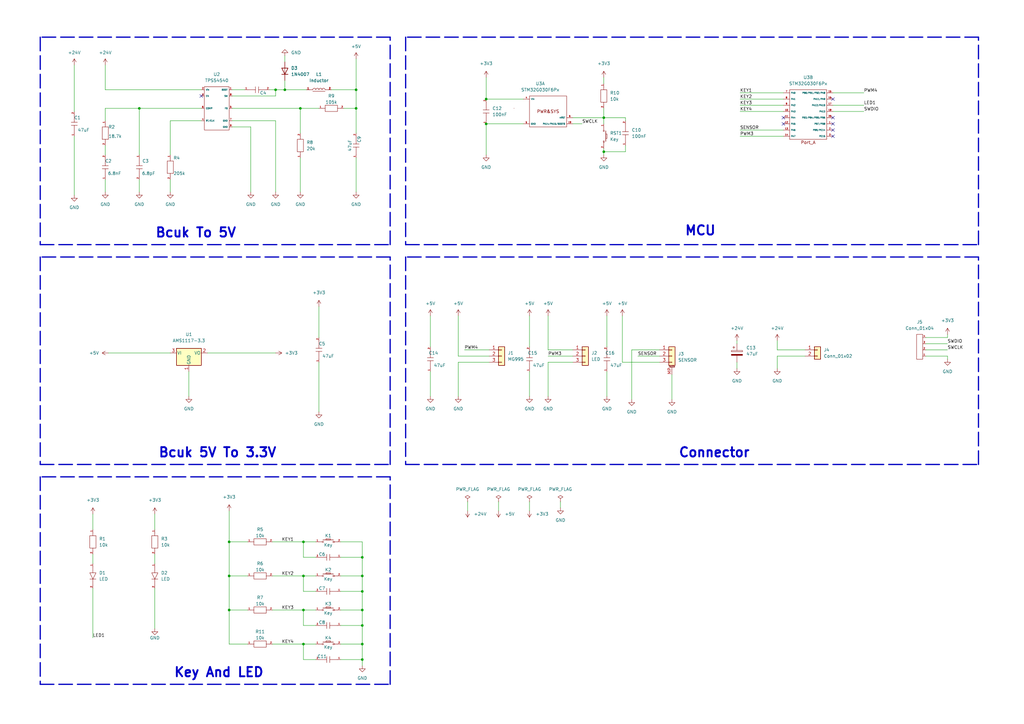
<source format=kicad_sch>
(kicad_sch (version 20211123) (generator eeschema)
  (paper "A3")
  (lib_symbols
    (symbol "Basic_passive_components:Capacitor" (pin_names (offset 1.016))
      (property "Reference" "C" (at -4.445 -2.54 0))
      (property "Value" "Capacitor" (at 0 2.54 0))
      (symbol "Capacitor_0_1"
        (polyline (pts (xy -3.81 0) (xy -0.635 0)))
        (polyline (pts (xy -0.635 1.27) (xy -0.635 -1.27)))
        (polyline (pts (xy 0.635 0) (xy 3.81 0)))
        (polyline (pts (xy 0.635 1.27) (xy 0.635 -1.27)))
      )
      (symbol "Capacitor_1_1"
        (pin passive line (at -5.08 0 0) (length 1.27) (name "~") (number "1"))
        (pin passive line (at 5.08 0 180) (length 1.27) (name "~") (number "2"))
      )
    )
    (symbol "Basic_passive_components:Inductor" (pin_names (offset 1.016))
      (property "Reference" "L" (at -4.445 -2.54 0))
      (property "Value" "Inductor" (at 0 2.54 0))
      (symbol "Inductor_0_1"
        (arc (start -1.27 0) (mid -1.905 0.635) (end -2.54 0))
        (arc (start 0 0) (mid -0.635 0.635) (end -1.27 0))
        (polyline (pts (xy -2.54 -0.635) (xy 2.54 -0.635)))
        (polyline (pts (xy -2.54 0) (xy -3.81 0)))
        (polyline (pts (xy 2.54 0) (xy 3.81 0)))
        (arc (start 1.27 0) (mid 0.635 0.635) (end 0 0))
        (arc (start 2.54 0) (mid 1.905 0.635) (end 1.27 0))
      )
      (symbol "Inductor_1_1"
        (pin passive line (at -5.08 0 0) (length 1.27) (name "~") (number "1"))
        (pin passive line (at 5.08 0 180) (length 1.27) (name "~") (number "2"))
      )
    )
    (symbol "Basic_passive_components:Key"
      (property "Reference" "K" (at -3.81 -2.54 0))
      (property "Value" "Key" (at 0 2.54 0))
      (symbol "Key_0_1"
        (circle (center -2.1844 0) (radius 0.254))
        (rectangle (start -0.9144 0.8128) (end 0.9144 1.3208))
        (polyline (pts (xy -3.81 0) (xy -2.54 0)))
        (polyline (pts (xy 2.1336 0.8128) (xy -2.1844 0.8128)) (stroke (width 0.2032)))
        (polyline (pts (xy 2.54 0) (xy 3.81 0)))
        (circle (center 2.1336 0) (radius 0.254))
        (circle (center 2.54 0) (radius 0.0001))
        (circle (center 2.54 0) (radius 0.0001))
      )
      (symbol "Key_1_1"
        (pin passive line (at -5.08 0 0) (length 1.27) (name "~") (number "1"))
        (pin passive line (at 5.08 0 180) (length 1.27) (name "~") (number "2"))
      )
    )
    (symbol "Basic_passive_components:LED"
      (property "Reference" "D" (at -3.81 -2.54 0))
      (property "Value" "LED" (at 0 2.54 0))
      (symbol "LED_0_1"
        (polyline (pts (xy -2.54 0) (xy 0 0)))
        (polyline (pts (xy 0 1.27) (xy 0 -1.27)))
        (polyline (pts (xy 2.54 0) (xy 5.08 0)))
        (polyline (pts (xy 2.54 1.27) (xy 0 0) (xy 2.54 -1.27) (xy 2.54 1.27)))
      )
      (symbol "LED_1_1"
        (pin passive line (at 6.35 0 180) (length 1.27) (name "") (number "1"))
        (pin passive line (at -3.81 0 0) (length 1.27) (name "") (number "2"))
      )
    )
    (symbol "Basic_passive_components:Resistor" (pin_names (offset 1.016))
      (property "Reference" "R" (at -4.445 -2.54 0))
      (property "Value" "Resistor" (at 0 2.54 0))
      (symbol "Resistor_0_1"
        (rectangle (start -2.54 1.27) (end 2.54 -1.27))
        (polyline (pts (xy -3.81 0) (xy -2.54 0)))
        (polyline (pts (xy 2.54 0) (xy 3.81 0)))
      )
      (symbol "Resistor_1_1"
        (pin passive line (at -5.08 0 0) (length 1.27) (name "~") (number "1"))
        (pin passive line (at 5.08 0 180) (length 1.27) (name "~") (number "2"))
      )
    )
    (symbol "Connector_Generic:Conn_01x02" (pin_names (offset 1.016) hide)
      (property "Reference" "J" (at 0 2.54 0))
      (property "Value" "Conn_01x02" (at 0 -5.08 0))
      (symbol "Conn_01x02_1_1"
        (rectangle (start -1.27 -2.413) (end 0 -2.667) (stroke (width 0.1524)))
        (rectangle (start -1.27 0.127) (end 0 -0.127) (stroke (width 0.1524)))
        (rectangle (start -1.27 1.27) (end 1.27 -3.81) (stroke (width 0.254)) (fill (type background)))
        (pin passive line (at -5.08 0 0) (length 3.81) (name "Pin_1") (number "1"))
        (pin passive line (at -5.08 -2.54 0) (length 3.81) (name "Pin_2") (number "2"))
      )
    )
    (symbol "Connector_Generic:Conn_01x03" (pin_names (offset 1.016) hide)
      (property "Reference" "J" (at 0 5.08 0))
      (property "Value" "Conn_01x03" (at 0 -5.08 0))
      (symbol "Conn_01x03_1_1"
        (rectangle (start -1.27 -2.413) (end 0 -2.667) (stroke (width 0.1524)))
        (rectangle (start -1.27 0.127) (end 0 -0.127) (stroke (width 0.1524)))
        (rectangle (start -1.27 2.667) (end 0 2.413) (stroke (width 0.1524)))
        (rectangle (start -1.27 3.81) (end 1.27 -3.81) (stroke (width 0.254)) (fill (type background)))
        (pin passive line (at -5.08 2.54 0) (length 3.81) (name "Pin_1") (number "1"))
        (pin passive line (at -5.08 0 0) (length 3.81) (name "Pin_2") (number "2"))
        (pin passive line (at -5.08 -2.54 0) (length 3.81) (name "Pin_3") (number "3"))
      )
    )
    (symbol "Connector_Generic_MountingPin:Conn_01x03_MountingPin" (pin_names (offset 1.016) hide)
      (property "Reference" "J" (at 0 5.08 0))
      (property "Value" "Conn_01x03_MountingPin" (at 1.27 -5.08 0))
      (symbol "Conn_01x03_MountingPin_1_1"
        (rectangle (start -1.27 -2.413) (end 0 -2.667) (stroke (width 0.1524)))
        (rectangle (start -1.27 0.127) (end 0 -0.127) (stroke (width 0.1524)))
        (rectangle (start -1.27 2.667) (end 0 2.413) (stroke (width 0.1524)))
        (rectangle (start -1.27 3.81) (end 1.27 -3.81) (stroke (width 0.254)) (fill (type background)))
        (polyline (pts (xy -1.016 -4.572) (xy 1.016 -4.572)) (stroke (width 0.1524)))
        (text "Mounting" (at 0 -4.191 0) (effects (font (size 0.381 0.381))))
        (pin passive line (at -5.08 2.54 0) (length 3.81) (name "Pin_1") (number "1"))
        (pin passive line (at -5.08 0 0) (length 3.81) (name "Pin_2") (number "2"))
        (pin passive line (at -5.08 -2.54 0) (length 3.81) (name "Pin_3") (number "3"))
        (pin passive line (at 0 -7.62 90) (length 3.048) (name "MountPin") (number "MP"))
      )
    )
    (symbol "Device:C_Polarized" (pin_numbers hide) (pin_names (offset 0.254))
      (property "Reference" "C" (at 0.635 2.54 0))
      (property "Value" "C_Polarized" (at 0.635 -2.54 0))
      (symbol "C_Polarized_0_1"
        (rectangle (start -2.286 0.508) (end 2.286 1.016))
        (polyline (pts (xy -1.778 2.286) (xy -0.762 2.286)))
        (polyline (pts (xy -1.27 2.794) (xy -1.27 1.778)))
        (rectangle (start 2.286 -0.508) (end -2.286 -1.016) (fill (type outline)))
      )
      (symbol "C_Polarized_1_1"
        (pin passive line (at 0 3.81 270) (length 2.794) (name "~") (number "1"))
        (pin passive line (at 0 -3.81 90) (length 2.794) (name "~") (number "2"))
      )
    )
    (symbol "Diode:1N4007" (pin_numbers hide) (pin_names (offset 1.016) hide)
      (property "Reference" "D" (at 0 2.54 0))
      (property "Value" "1N4007" (at 0 -2.54 0))
      (symbol "1N4007_0_1"
        (polyline (pts (xy -1.27 1.27) (xy -1.27 -1.27)) (stroke (width 0.254)))
        (polyline (pts (xy 1.27 0) (xy -1.27 0)))
        (polyline (pts (xy 1.27 1.27) (xy 1.27 -1.27) (xy -1.27 0) (xy 1.27 1.27)) (stroke (width 0.254)))
      )
      (symbol "1N4007_1_1"
        (pin passive line (at -3.81 0 0) (length 2.54) (name "K") (number "1"))
        (pin passive line (at 3.81 0 180) (length 2.54) (name "A") (number "2"))
      )
    )
    (symbol "Integrated-circuit_DC-DC_controller:TPS54540"
      (property "Reference" "U" (at 0 11.43 0))
      (property "Value" "TPS54540" (at 0 8.89 0))
      (symbol "TPS54540_0_1"
        (rectangle (start -5.08 7.62) (end 5.08 -10.16) (stroke (width 0.1524)))
      )
      (symbol "TPS54540_1_1"
        (pin power_out line (at 6.35 6.35 180) (length 1.27) (name "BOOT") (number "1"))
        (pin power_in line (at -6.35 6.35 0) (length 1.27) (name "Vin") (number "2"))
        (pin input line (at -6.35 3.81 0) (length 1.27) (name "EN") (number "3"))
        (pin input line (at -6.35 -6.35 0) (length 1.27) (name "RT/CLK") (number "4"))
        (pin input line (at 6.35 -1.27 180) (length 1.27) (name "FB") (number "5"))
        (pin output line (at -6.35 -1.27 0) (length 1.27) (name "COMP") (number "6"))
        (pin power_in line (at 6.35 -6.35 180) (length 1.27) (name "GND") (number "7"))
        (pin input line (at 6.35 3.81 180) (length 1.27) (name "SW") (number "8"))
        (pin power_in line (at 6.35 -8.89 180) (length 1.27) (name "GND") (number "9"))
      )
    )
    (symbol "Integrated-circuit_micro-controller:STM32G030F6Px"
      (property "Reference" "U" (at 0 12.7 0))
      (property "Value" "STM32G030F6Px" (at 0 10.16 0))
      (symbol "STM32G030F6Px_1_0"
        (rectangle (start -13.97 1.27) (end -13.97 1.27) (stroke (width 0.1524)))
        (rectangle (start -13.97 1.27) (end -13.97 1.27) (stroke (width 0.1524)))
        (text "PWR&SYS" (at 0 0 0) (effects (font (size 1.27 1.27))))
      )
      (symbol "STM32G030F6Px_1_1"
        (rectangle (start -7.62 6.35) (end 7.62 -6.35))
        (pin bidirectional line (at 10.16 -5.08 180) (length 2.54) (name "PA14/PA15/BOOT0") (number "19"))
        (pin power_in line (at -10.16 5.08 0) (length 2.54) (name "Vin") (number "4"))
        (pin power_in line (at -10.16 -5.08 0) (length 2.54) (name "GND") (number "5"))
        (pin input line (at 10.16 -2.54 180) (length 2.54) (name "nRST") (number "6"))
      )
      (symbol "STM32G030F6Px_2_0"
        (text "Port_A" (at 0 -12.7 0) (effects (font (size 1.27 1.27))))
      )
      (symbol "STM32G030F6Px_2_1"
        (rectangle (start -7.62 8.89) (end 7.62 -11.43))
        (pin bidirectional line (at 10.16 -5.08 180) (length 2.54) (name "PB7/PB8") (number "1"))
        (pin bidirectional line (at -10.16 0 0) (length 2.54) (name "PA3") (number "10"))
        (pin bidirectional line (at -10.16 -2.54 0) (length 2.54) (name "PA4") (number "11"))
        (pin bidirectional line (at -10.16 -5.08 0) (length 2.54) (name "PA5") (number "12"))
        (pin bidirectional line (at -10.16 -7.62 0) (length 2.54) (name "PA6") (number "13"))
        (pin bidirectional line (at -10.16 -10.16 0) (length 2.54) (name "PA7") (number "14"))
        (pin bidirectional line (at 10.16 7.62 180) (length 2.54) (name "PB0/PB1/PB2/PA8") (number "15"))
        (pin bidirectional line (at 10.16 5.08 180) (length 2.54) (name "PA11/PA9") (number "16"))
        (pin bidirectional line (at 10.16 2.54 180) (length 2.54) (name "PA12/PA10") (number "17"))
        (pin bidirectional line (at 10.16 0 180) (length 2.54) (name "PA13") (number "18"))
        (pin bidirectional line (at 10.16 -7.62 180) (length 2.54) (name "PB9/PC14") (number "2"))
        (pin bidirectional line (at 10.16 -2.54 180) (length 2.54) (name "PB3/PB4/PB5/PB6") (number "20"))
        (pin bidirectional line (at 10.16 -10.16 180) (length 2.54) (name "PC15") (number "3"))
        (pin bidirectional line (at -10.16 7.62 0) (length 2.54) (name "PA0") (number "7"))
        (pin bidirectional line (at -10.16 5.08 0) (length 2.54) (name "PA1") (number "8"))
        (pin bidirectional line (at -10.16 2.54 0) (length 2.54) (name "PA2") (number "9"))
      )
    )
    (symbol "Link_W2B_connector:Conn_01x04"
      (property "Reference" "J" (at 0 -7.62 0))
      (property "Value" "Conn_01x04" (at 0 5.08 0))
      (symbol "Conn_01x04_0_0"
        (pin passive line (at -2.54 2.54 0) (length 1.27) (name "") (number "1"))
        (pin passive line (at -2.54 0 0) (length 1.27) (name "") (number "2"))
        (pin passive line (at -2.54 -2.54 0) (length 1.27) (name "") (number "3"))
        (pin passive line (at -2.54 -5.08 0) (length 1.27) (name "") (number "4"))
      )
      (symbol "Conn_01x04_0_1"
        (rectangle (start -1.27 3.81) (end 1.27 -6.35) (stroke (width 0.1524)))
      )
    )
    (symbol "Regulator_Linear:AMS1117-3.3" (pin_names (offset 0.254))
      (property "Reference" "U" (at -3.81 3.175 0))
      (property "Value" "AMS1117-3.3" (at 0 3.175 0))
      (symbol "AMS1117-3.3_0_1"
        (rectangle (start -5.08 -5.08) (end 5.08 1.905) (stroke (width 0.254)) (fill (type background)))
      )
      (symbol "AMS1117-3.3_1_1"
        (pin power_in line (at 0 -7.62 90) (length 2.54) (name "GND") (number "1"))
        (pin power_out line (at 7.62 0 180) (length 2.54) (name "VO") (number "2"))
        (pin power_in line (at -7.62 0 0) (length 2.54) (name "VI") (number "3"))
      )
    )
    (symbol "power:+24V" (power) (pin_names (offset 0))
      (property "Value" "+24V" (at 0 3.556 0))
      (symbol "+24V_0_1"
        (polyline (pts (xy -0.762 1.27) (xy 0 2.54)))
        (polyline (pts (xy 0 0) (xy 0 2.54)))
        (polyline (pts (xy 0 2.54) (xy 0.762 1.27)))
      )
      (symbol "+24V_1_1"
        (pin power_in line (at 0 0 90) (length 0) hide (name "+24V") (number "1"))
      )
    )
    (symbol "power:+3V3" (power) (pin_names (offset 0))
      (property "Value" "+3V3" (at 0 3.556 0))
      (symbol "+3V3_0_1"
        (polyline (pts (xy -0.762 1.27) (xy 0 2.54)))
        (polyline (pts (xy 0 0) (xy 0 2.54)))
        (polyline (pts (xy 0 2.54) (xy 0.762 1.27)))
      )
      (symbol "+3V3_1_1"
        (pin power_in line (at 0 0 90) (length 0) hide (name "+3V3") (number "1"))
      )
    )
    (symbol "power:+5V" (power) (pin_names (offset 0))
      (property "Value" "+5V" (at 0 3.556 0))
      (symbol "+5V_0_1"
        (polyline (pts (xy -0.762 1.27) (xy 0 2.54)))
        (polyline (pts (xy 0 0) (xy 0 2.54)))
        (polyline (pts (xy 0 2.54) (xy 0.762 1.27)))
      )
      (symbol "+5V_1_1"
        (pin power_in line (at 0 0 90) (length 0) hide (name "+5V") (number "1"))
      )
    )
    (symbol "power:GND" (power) (pin_names (offset 0))
      (property "Value" "GND" (at 0 -3.81 0))
      (symbol "GND_0_1"
        (polyline (pts (xy 0 0) (xy 0 -1.27) (xy 1.27 -1.27) (xy 0 -2.54) (xy -1.27 -1.27) (xy 0 -1.27)))
      )
      (symbol "GND_1_1"
        (pin power_in line (at 0 0 270) (length 0) hide (name "GND") (number "1"))
      )
    )
    (symbol "power:PWR_FLAG" (power) (pin_numbers hide) (pin_names (offset 0) hide)
      (property "Value" "PWR_FLAG" (at 0 3.81 0))
      (symbol "PWR_FLAG_0_0"
        (pin power_out line (at 0 0 90) (length 0) (name "pwr") (number "1"))
      )
      (symbol "PWR_FLAG_0_1"
        (polyline (pts (xy 0 0) (xy 0 1.27) (xy -1.016 1.905) (xy 0 2.54) (xy 1.016 1.905) (xy 0 1.27)))
      )
    )
  )
  (junction (at 148.59 250.19))
  (junction (at 199.39 40.64))
  (junction (at 124.46 264.16))
  (junction (at 146.05 44.45))
  (junction (at 148.59 264.16))
  (junction (at 93.98 236.22))
  (junction (at 199.39 50.8))
  (junction (at 93.98 250.19))
  (junction (at 148.59 270.51))
  (junction (at 124.46 250.19))
  (junction (at 146.05 36.83))
  (junction (at 247.65 48.26))
  (junction (at 116.84 36.83))
  (junction (at 124.46 222.25))
  (junction (at 124.46 236.22))
  (junction (at 148.59 256.54))
  (junction (at 93.98 222.25))
  (junction (at 148.59 228.6))
  (junction (at 148.59 236.22))
  (junction (at 123.19 44.45))
  (junction (at 148.59 242.57))
  (junction (at 247.65 62.23))
  (junction (at 57.15 44.45))
  (junction (at 113.03 36.83))
  (no_connect (at 321.31 48.26))
  (no_connect (at 321.31 50.8))
  (no_connect (at 341.63 50.8))
  (no_connect (at 341.63 48.26))
  (no_connect (at 341.63 53.34))
  (no_connect (at 341.63 55.88))
  (no_connect (at 341.63 40.64))
  (no_connect (at 82.55 39.37))
  (wire (pts (xy 95.25 44.45) (xy 123.19 44.45)))
  (wire (pts (xy 124.46 242.57) (xy 124.46 236.22)))
  (polyline (pts (xy 16.51 280.67) (xy 160.02 280.67)) (stroke (width 0.508) (type dash)))
  (wire (pts (xy 379.73 146.05) (xy 388.62 146.05)))
  (wire (pts (xy 43.18 59.69) (xy 43.18 63.5)))
  (wire (pts (xy 379.73 138.43) (xy 388.62 138.43)))
  (wire (pts (xy 148.59 256.54) (xy 148.59 264.16)))
  (wire (pts (xy 30.48 26.67) (xy 30.48 45.72)))
  (polyline (pts (xy 160.02 100.33) (xy 160.02 15.24)) (stroke (width 0.508) (type dash)))
  (wire (pts (xy 247.65 31.75) (xy 247.65 34.29)))
  (wire (pts (xy 130.81 148.59) (xy 130.81 168.91)))
  (wire (pts (xy 303.53 53.34) (xy 321.31 53.34)))
  (wire (pts (xy 234.95 50.8) (xy 238.76 50.8)))
  (wire (pts (xy 148.59 250.19) (xy 148.59 256.54)))
  (wire (pts (xy 261.62 146.05) (xy 270.51 146.05)))
  (wire (pts (xy 302.26 148.59) (xy 302.26 151.13)))
  (wire (pts (xy 113.03 39.37) (xy 113.03 36.83)))
  (wire (pts (xy 388.62 137.16) (xy 388.62 138.43)))
  (wire (pts (xy 217.17 205.74) (xy 217.17 209.55)))
  (wire (pts (xy 256.54 48.26) (xy 247.65 48.26)))
  (wire (pts (xy 217.17 152.4) (xy 217.17 162.56)))
  (wire (pts (xy 379.73 140.97) (xy 388.62 140.97)))
  (wire (pts (xy 176.53 152.4) (xy 176.53 162.56)))
  (polyline (pts (xy 16.51 195.58) (xy 16.51 280.67)) (stroke (width 0.508)))
  (wire (pts (xy 187.96 146.05) (xy 200.66 146.05)))
  (wire (pts (xy 224.79 129.54) (xy 224.79 143.51)))
  (polyline (pts (xy 16.51 190.5) (xy 160.02 190.5)) (stroke (width 0.508) (type dash)))
  (wire (pts (xy 148.59 236.22) (xy 148.59 228.6)))
  (wire (pts (xy 148.59 270.51) (xy 148.59 273.05)))
  (polyline (pts (xy 401.32 15.24) (xy 166.37 15.24)) (stroke (width 0.508)))
  (wire (pts (xy 139.7 236.22) (xy 148.59 236.22)))
  (wire (pts (xy 303.53 45.72) (xy 321.31 45.72)))
  (polyline (pts (xy 160.02 190.5) (xy 160.02 105.41)) (stroke (width 0.508) (type dash)))
  (wire (pts (xy 116.84 36.83) (xy 125.73 36.83)))
  (wire (pts (xy 318.77 146.05) (xy 318.77 151.13)))
  (wire (pts (xy 139.7 270.51) (xy 148.59 270.51)))
  (wire (pts (xy 116.84 33.02) (xy 116.84 36.83)))
  (wire (pts (xy 43.18 44.45) (xy 43.18 49.53)))
  (wire (pts (xy 247.65 48.26) (xy 247.65 50.8)))
  (wire (pts (xy 130.81 125.73) (xy 130.81 138.43)))
  (wire (pts (xy 95.25 39.37) (xy 113.03 39.37)))
  (wire (pts (xy 123.19 44.45) (xy 130.81 44.45)))
  (wire (pts (xy 341.63 43.18) (xy 354.33 43.18)))
  (wire (pts (xy 248.92 152.4) (xy 248.92 162.56)))
  (wire (pts (xy 43.18 44.45) (xy 57.15 44.45)))
  (wire (pts (xy 146.05 64.77) (xy 146.05 78.74)))
  (wire (pts (xy 247.65 62.23) (xy 247.65 63.5)))
  (wire (pts (xy 111.76 222.25) (xy 124.46 222.25)))
  (wire (pts (xy 77.47 152.4) (xy 77.47 162.56)))
  (wire (pts (xy 303.53 43.18) (xy 321.31 43.18)))
  (wire (pts (xy 187.96 148.59) (xy 200.66 148.59)))
  (wire (pts (xy 330.2 146.05) (xy 318.77 146.05)))
  (wire (pts (xy 148.59 264.16) (xy 148.59 270.51)))
  (wire (pts (xy 124.46 256.54) (xy 124.46 250.19)))
  (wire (pts (xy 85.09 144.78) (xy 113.03 144.78)))
  (wire (pts (xy 224.79 148.59) (xy 224.79 162.56)))
  (wire (pts (xy 255.27 129.54) (xy 255.27 148.59)))
  (wire (pts (xy 63.5 227.33) (xy 63.5 231.14)))
  (wire (pts (xy 140.97 44.45) (xy 146.05 44.45)))
  (wire (pts (xy 303.53 55.88) (xy 321.31 55.88)))
  (wire (pts (xy 247.65 48.26) (xy 234.95 48.26)))
  (wire (pts (xy 129.54 270.51) (xy 124.46 270.51)))
  (wire (pts (xy 111.76 264.16) (xy 124.46 264.16)))
  (wire (pts (xy 129.54 228.6) (xy 124.46 228.6)))
  (polyline (pts (xy 160.02 15.24) (xy 16.51 15.24)) (stroke (width 0.508)))
  (wire (pts (xy 187.96 129.54) (xy 187.96 146.05)))
  (polyline (pts (xy 160.02 105.41) (xy 16.51 105.41)) (stroke (width 0.508)))
  (wire (pts (xy 146.05 44.45) (xy 146.05 54.61)))
  (wire (pts (xy 102.87 52.07) (xy 102.87 78.74)))
  (wire (pts (xy 44.45 144.78) (xy 69.85 144.78)))
  (wire (pts (xy 38.1 241.3) (xy 38.1 261.62)))
  (wire (pts (xy 146.05 24.13) (xy 146.05 36.83)))
  (polyline (pts (xy 401.32 105.41) (xy 166.37 105.41)) (stroke (width 0.508)))
  (wire (pts (xy 93.98 222.25) (xy 93.98 236.22)))
  (wire (pts (xy 124.46 222.25) (xy 129.54 222.25)))
  (wire (pts (xy 199.39 40.64) (xy 199.39 31.75)))
  (wire (pts (xy 116.84 22.86) (xy 116.84 25.4)))
  (wire (pts (xy 270.51 143.51) (xy 259.08 143.51)))
  (wire (pts (xy 303.53 40.64) (xy 321.31 40.64)))
  (polyline (pts (xy 401.32 190.5) (xy 401.32 105.41)) (stroke (width 0.508) (type dash)))
  (wire (pts (xy 124.46 270.51) (xy 124.46 264.16)))
  (wire (pts (xy 139.7 228.6) (xy 148.59 228.6)))
  (wire (pts (xy 224.79 143.51) (xy 234.95 143.51)))
  (wire (pts (xy 224.79 146.05) (xy 234.95 146.05)))
  (wire (pts (xy 113.03 49.53) (xy 113.03 78.74)))
  (wire (pts (xy 124.46 228.6) (xy 124.46 222.25)))
  (wire (pts (xy 129.54 242.57) (xy 124.46 242.57)))
  (wire (pts (xy 95.25 49.53) (xy 113.03 49.53)))
  (wire (pts (xy 214.63 50.8) (xy 199.39 50.8)))
  (polyline (pts (xy 16.51 100.33) (xy 160.02 100.33)) (stroke (width 0.508) (type dash)))
  (wire (pts (xy 113.03 36.83) (xy 116.84 36.83)))
  (wire (pts (xy 303.53 38.1) (xy 321.31 38.1)))
  (polyline (pts (xy 160.02 195.58) (xy 16.51 195.58)) (stroke (width 0.508)))
  (wire (pts (xy 190.5 143.51) (xy 200.66 143.51)))
  (polyline (pts (xy 166.37 15.24) (xy 166.37 100.33)) (stroke (width 0.508)))
  (wire (pts (xy 69.85 49.53) (xy 69.85 63.5)))
  (wire (pts (xy 95.25 36.83) (xy 100.33 36.83)))
  (wire (pts (xy 38.1 227.33) (xy 38.1 231.14)))
  (wire (pts (xy 148.59 242.57) (xy 148.59 250.19)))
  (wire (pts (xy 63.5 241.3) (xy 63.5 257.81)))
  (wire (pts (xy 30.48 55.88) (xy 30.48 80.01)))
  (wire (pts (xy 379.73 143.51) (xy 388.62 143.51)))
  (wire (pts (xy 43.18 26.67) (xy 43.18 36.83)))
  (wire (pts (xy 247.65 44.45) (xy 247.65 48.26)))
  (wire (pts (xy 95.25 52.07) (xy 102.87 52.07)))
  (wire (pts (xy 256.54 62.23) (xy 247.65 62.23)))
  (wire (pts (xy 93.98 264.16) (xy 93.98 250.19)))
  (wire (pts (xy 38.1 210.82) (xy 38.1 217.17)))
  (polyline (pts (xy 166.37 100.33) (xy 401.32 100.33)) (stroke (width 0.508) (type dash)))
  (wire (pts (xy 101.6 264.16) (xy 93.98 264.16)))
  (polyline (pts (xy 16.51 15.24) (xy 16.51 100.33)) (stroke (width 0.508)))
  (wire (pts (xy 148.59 236.22) (xy 148.59 242.57)))
  (wire (pts (xy 148.59 228.6) (xy 148.59 222.25)))
  (polyline (pts (xy 401.32 100.33) (xy 401.32 15.24)) (stroke (width 0.508) (type dash)))
  (wire (pts (xy 93.98 222.25) (xy 101.6 222.25)))
  (wire (pts (xy 388.62 146.05) (xy 388.62 147.32)))
  (wire (pts (xy 124.46 264.16) (xy 129.54 264.16)))
  (wire (pts (xy 217.17 129.54) (xy 217.17 142.24)))
  (wire (pts (xy 341.63 45.72) (xy 354.33 45.72)))
  (wire (pts (xy 229.87 205.74) (xy 229.87 208.28)))
  (wire (pts (xy 139.7 250.19) (xy 148.59 250.19)))
  (polyline (pts (xy 166.37 105.41) (xy 166.37 190.5)) (stroke (width 0.508)))
  (wire (pts (xy 93.98 236.22) (xy 101.6 236.22)))
  (polyline (pts (xy 166.37 190.5) (xy 401.32 190.5)) (stroke (width 0.508) (type dash)))
  (wire (pts (xy 204.47 205.74) (xy 204.47 209.55)))
  (wire (pts (xy 214.63 40.64) (xy 199.39 40.64)))
  (wire (pts (xy 247.65 60.96) (xy 247.65 62.23)))
  (wire (pts (xy 69.85 73.66) (xy 69.85 78.74)))
  (wire (pts (xy 123.19 64.77) (xy 123.19 78.74)))
  (polyline (pts (xy 16.51 105.41) (xy 16.51 190.5)) (stroke (width 0.508)))
  (wire (pts (xy 124.46 236.22) (xy 129.54 236.22)))
  (wire (pts (xy 111.76 236.22) (xy 124.46 236.22)))
  (wire (pts (xy 93.98 250.19) (xy 101.6 250.19)))
  (wire (pts (xy 57.15 73.66) (xy 57.15 78.74)))
  (wire (pts (xy 139.7 256.54) (xy 148.59 256.54)))
  (wire (pts (xy 124.46 250.19) (xy 129.54 250.19)))
  (wire (pts (xy 57.15 44.45) (xy 57.15 63.5)))
  (wire (pts (xy 191.77 205.74) (xy 191.77 209.55)))
  (wire (pts (xy 69.85 49.53) (xy 82.55 49.53)))
  (wire (pts (xy 43.18 36.83) (xy 82.55 36.83)))
  (wire (pts (xy 341.63 38.1) (xy 354.33 38.1)))
  (polyline (pts (xy 160.02 280.67) (xy 160.02 195.58)) (stroke (width 0.508) (type dash)))
  (wire (pts (xy 275.59 153.67) (xy 275.59 163.83)))
  (wire (pts (xy 93.98 209.55) (xy 93.98 222.25)))
  (wire (pts (xy 111.76 250.19) (xy 124.46 250.19)))
  (wire (pts (xy 139.7 264.16) (xy 148.59 264.16)))
  (wire (pts (xy 248.92 129.54) (xy 248.92 142.24)))
  (wire (pts (xy 187.96 148.59) (xy 187.96 162.56)))
  (wire (pts (xy 146.05 36.83) (xy 135.89 36.83)))
  (wire (pts (xy 270.51 148.59) (xy 255.27 148.59)))
  (wire (pts (xy 113.03 36.83) (xy 110.49 36.83)))
  (wire (pts (xy 330.2 143.51) (xy 318.77 143.51)))
  (wire (pts (xy 302.26 139.7) (xy 302.26 140.97)))
  (wire (pts (xy 256.54 49.53) (xy 256.54 48.26)))
  (wire (pts (xy 318.77 143.51) (xy 318.77 139.7)))
  (wire (pts (xy 146.05 36.83) (xy 146.05 44.45)))
  (wire (pts (xy 123.19 44.45) (xy 123.19 54.61)))
  (wire (pts (xy 199.39 50.8) (xy 199.39 63.5)))
  (wire (pts (xy 256.54 59.69) (xy 256.54 62.23)))
  (wire (pts (xy 129.54 256.54) (xy 124.46 256.54)))
  (wire (pts (xy 63.5 210.82) (xy 63.5 217.17)))
  (wire (pts (xy 43.18 73.66) (xy 43.18 78.74)))
  (wire (pts (xy 176.53 129.54) (xy 176.53 142.24)))
  (wire (pts (xy 259.08 143.51) (xy 259.08 163.83)))
  (wire (pts (xy 139.7 242.57) (xy 148.59 242.57)))
  (wire (pts (xy 148.59 222.25) (xy 139.7 222.25)))
  (wire (pts (xy 234.95 148.59) (xy 224.79 148.59)))
  (wire (pts (xy 57.15 44.45) (xy 82.55 44.45)))
  (wire (pts (xy 93.98 236.22) (xy 93.98 250.19)))
  (text "Key And LED" (at 71.12 278.13 0) (effects (font (size 3.81 3.81) (thickness 0.762) bold) (justify left bottom)))
  (text "MCU\n\n\n" (at 280.67 109.22 0) (effects (font (size 3.81 3.81) (thickness 0.762) bold) (justify left bottom)))
  (text "Connector\n" (at 278.13 187.96 0) (effects (font (size 3.81 3.81) (thickness 0.762) bold) (justify left bottom)))
  (text "Bcuk To 5V" (at 63.5 97.79 0) (effects (font (size 3.81 3.81) (thickness 0.762) bold) (justify left bottom)))
  (text "Bcuk 5V To 3.3V" (at 64.77 187.96 0) (effects (font (size 3.81 3.81) (thickness 0.762) bold) (justify left bottom)))
  (label "LED1" (at 38.1 261.62 0))
  (label "KEY3" (at 115.57 250.19 0))
  (label "KEY2" (at 115.57 236.22 0))
  (label "SENSOR" (at 303.53 53.34 0))
  (label "SWCLK" (at 388.62 143.51 0))
  (label "PWM3" (at 224.79 146.05 0))
  (label "PWM4" (at 354.33 38.1 0))
  (label "KEY4" (at 115.57 264.16 0))
  (label "KEY1" (at 303.53 38.1 0))
  (label "SWCLK" (at 238.76 50.8 0))
  (label "KEY4" (at 303.53 45.72 0))
  (label "SENSOR" (at 261.62 146.05 0))
  (label "PWM3" (at 303.53 55.88 0))
  (label "SWDIO" (at 388.62 140.97 0))
  (label "KEY1" (at 115.57 222.25 0))
  (label "SWDIO" (at 354.33 45.72 0))
  (label "LED1" (at 354.33 43.18 0))
  (label "KEY2" (at 303.53 40.64 0))
  (label "PWM4" (at 190.5 143.51 0))
  (label "KEY3" (at 303.53 43.18 0))
  (symbol (lib_id "Connector_Generic_MountingPin:Conn_01x03_MountingPin") (at 275.59 146.05 0) (unit 1)
    (property "Reference" "J3" (at 278.13 145.1355 0) (effects (justify left)))
    (property "Value" "SENSOR" (at 278.13 147.6755 0) (effects (justify left)))
    (property "Footprint" "Connector_JST:JST_GH_SM03B-GHS-TB_1x03-1MP_P1.25mm_Horizontal" (effects hide))
  )
  (symbol (lib_id "power:GND") (at 224.79 162.56 0) (unit 1)
    (property "Reference" "#PWR028" (effects hide))
    (property "Value" "GND" (at 224.79 167.64 0))
  )
  (symbol (lib_id "Diode:1N4007") (at 116.84 29.21 90) (unit 1)
    (property "Reference" "D3" (at 119.38 27.9399 90) (effects (justify right)))
    (property "Value" "1N4007" (at 119.38 30.4799 90) (effects (justify right)))
    (property "Footprint" "Diode_SMD:D_SMA" (effects hide))
    (property "Datasheet" "http://www.vishay.com/docs/88503/1n4001.pdf" (effects hide))
  )
  (symbol (lib_id "power:+3V3") (at 247.65 31.75 0) (unit 1)
    (property "Reference" "#PWR029" (effects hide))
    (property "Value" "+3V3" (at 247.65 26.035 0))
  )
  (symbol (lib_id "Basic_passive_components:Capacitor") (at 105.41 36.83 0) (unit 1)
    (property "Reference" "C4" (at 107.95 38.1 0))
    (property "Value" "100nF" (effects hide))
    (property "Footprint" "Capacitor_SMD:C_0603_1608Metric" (effects hide))
  )
  (symbol (lib_id "Basic_passive_components:Capacitor") (at 134.62 256.54 180) (unit 1)
    (property "Reference" "C8" (at 132.08 255.27 0))
    (property "Value" "100nF" (effects hide))
    (property "Footprint" "Capacitor_SMD:C_0603_1608Metric" (effects hide))
  )
  (symbol (lib_id "power:GND") (at 57.15 78.74 0) (unit 1)
    (property "Reference" "#PWR08" (effects hide))
    (property "Value" "GND" (at 57.15 83.82 0))
  )
  (symbol (lib_id "power:+3V3") (at 38.1 210.82 0) (unit 1)
    (property "Reference" "#PWR03" (effects hide))
    (property "Value" "+3V3" (at 38.1 205.105 0))
  )
  (symbol (lib_id "Basic_passive_components:Key") (at 134.62 222.25 0) (unit 1)
    (property "Reference" "K1" (at 134.62 219.71 0))
    (property "Value" "Key" (at 134.62 223.52 0))
    (property "Footprint" "Button_Switch_SMD:SW_DIP_SPSTx01_Slide_6.7x4.1mm_W6.73mm_P2.54mm_LowProfile_JPin" (effects hide))
  )
  (symbol (lib_id "Basic_passive_components:Inductor") (at 130.81 36.83 0) (unit 1)
    (property "Reference" "L1" (at 130.81 30.48 0))
    (property "Value" "Inductor" (at 130.81 33.02 0))
    (property "Footprint" "Inductor_SMD:L_7.3x7.3_H4.5" (effects hide))
  )
  (symbol (lib_id "Basic_passive_components:Resistor") (at 123.19 59.69 90) (unit 1)
    (property "Reference" "R8" (at 125.73 58.4199 90) (effects (justify right)))
    (property "Value" "20k" (at 125.73 60.9599 90) (effects (justify right)))
    (property "Footprint" "Resistor_SMD:R_0603_1608Metric" (effects hide))
  )
  (symbol (lib_id "Basic_passive_components:Resistor") (at 106.68 264.16 0) (unit 1)
    (property "Reference" "R11" (at 106.68 259.08 0))
    (property "Value" "10k" (at 106.68 261.62 0))
    (property "Footprint" "Resistor_SMD:R_0603_1608Metric" (effects hide))
  )
  (symbol (lib_id "power:GND") (at 217.17 162.56 0) (unit 1)
    (property "Reference" "#PWR047" (effects hide))
    (property "Value" "GND" (at 217.17 167.64 0))
  )
  (symbol (lib_id "Basic_passive_components:Resistor") (at 43.18 54.61 270) (unit 1)
    (property "Reference" "R2" (at 44.45 52.07 90) (effects (justify left)))
    (property "Value" "18.7k" (at 44.45 55.88 90) (effects (justify left)))
    (property "Footprint" "Resistor_SMD:R_0603_1608Metric" (effects hide))
  )
  (symbol (lib_id "power:PWR_FLAG") (at 191.77 205.74 0) (unit 1)
    (property "Reference" "#FLG01" (effects hide))
    (property "Value" "PWR_FLAG" (at 191.77 200.66 0))
  )
  (symbol (lib_id "power:+3V3") (at 199.39 31.75 0) (unit 1)
    (property "Reference" "#PWR025" (effects hide))
    (property "Value" "+3V3" (at 199.39 26.035 0))
  )
  (symbol (lib_id "Regulator_Linear:AMS1117-3.3") (at 77.47 144.78 0) (unit 1)
    (property "Reference" "U1" (at 77.47 137.16 0))
    (property "Value" "AMS1117-3.3" (at 77.47 139.7 0))
    (property "Footprint" "Package_TO_SOT_SMD:SOT-223-3_TabPin2" (effects hide))
    (property "Datasheet" "http://www.advanced-monolithic.com/pdf/ds1117.pdf" (effects hide))
  )
  (symbol (lib_id "power:GND") (at 187.96 162.56 0) (unit 1)
    (property "Reference" "#PWR024" (effects hide))
    (property "Value" "GND" (at 187.96 167.64 0))
  )
  (symbol (lib_id "power:GND") (at 302.26 151.13 0) (unit 1)
    (property "Reference" "#PWR034" (effects hide))
    (property "Value" "GND" (at 302.26 156.21 0))
  )
  (symbol (lib_id "Basic_passive_components:Resistor") (at 63.5 222.25 270) (unit 1)
    (property "Reference" "R3" (at 66.04 220.9799 90) (effects (justify left)))
    (property "Value" "10k" (at 66.04 223.5199 90) (effects (justify left)))
    (property "Footprint" "Resistor_SMD:R_0603_1608Metric" (effects hide))
  )
  (symbol (lib_id "Basic_passive_components:Capacitor") (at 130.81 143.51 90) (unit 1)
    (property "Reference" "C5" (at 132.08 140.97 90))
    (property "Value" "47uF" (at 134.62 146.05 90))
    (property "Footprint" "Capacitor_SMD:C_0603_1608Metric" (effects hide))
  )
  (symbol (lib_id "Device:C_Polarized") (at 302.26 144.78 0) (unit 1)
    (property "Reference" "C13" (at 306.07 142.6209 0) (effects (justify left)))
    (property "Value" "47uF" (at 306.07 145.1609 0) (effects (justify left)))
    (property "Footprint" "Capacitor_SMD:CP_Elec_8x10" (effects hide))
  )
  (symbol (lib_id "Link_W2B_connector:Conn_01x04") (at 377.19 143.51 180) (unit 1)
    (property "Reference" "J5" (at 377.19 132.08 0))
    (property "Value" "Conn_01x04" (at 377.19 134.62 0))
    (property "Footprint" "Connector_PinHeader_2.54mm:PinHeader_1x04_P2.54mm_Horizontal" (effects hide))
  )
  (symbol (lib_id "power:+3V3") (at 388.62 137.16 0) (unit 1)
    (property "Reference" "#PWR037" (effects hide))
    (property "Value" "+3V3" (at 388.62 131.445 0))
  )
  (symbol (lib_id "power:GND") (at 229.87 208.28 0) (unit 1)
    (property "Reference" "#PWR043" (effects hide))
    (property "Value" "GND" (at 229.87 213.36 0))
  )
  (symbol (lib_id "Basic_passive_components:Key") (at 134.62 236.22 0) (unit 1)
    (property "Reference" "K2" (at 134.62 233.68 0))
    (property "Value" "Key" (at 134.62 237.49 0))
    (property "Footprint" "Button_Switch_SMD:SW_DIP_SPSTx01_Slide_6.7x4.1mm_W6.73mm_P2.54mm_LowProfile_JPin" (effects hide))
  )
  (symbol (lib_id "power:GND") (at 176.53 162.56 0) (unit 1)
    (property "Reference" "#PWR045" (effects hide))
    (property "Value" "GND" (at 176.53 167.64 0))
  )
  (symbol (lib_id "power:GND") (at 30.48 80.01 0) (unit 1)
    (property "Reference" "#PWR02" (effects hide))
    (property "Value" "GND" (at 30.48 85.09 0))
  )
  (symbol (lib_id "power:GND") (at 116.84 22.86 180) (unit 1)
    (property "Reference" "#PWR016" (effects hide))
    (property "Value" "GND" (at 119.38 21.5899 0) (effects (justify right)))
  )
  (symbol (lib_id "power:+5V") (at 176.53 129.54 0) (unit 1)
    (property "Reference" "#PWR044" (effects hide))
    (property "Value" "+5V" (at 176.53 124.46 0))
  )
  (symbol (lib_id "power:GND") (at 43.18 78.74 0) (unit 1)
    (property "Reference" "#PWR05" (effects hide))
    (property "Value" "GND" (at 43.18 83.82 0))
  )
  (symbol (lib_id "power:+5V") (at 224.79 129.54 0) (unit 1)
    (property "Reference" "#PWR027" (effects hide))
    (property "Value" "+5V" (at 224.79 124.46 0))
  )
  (symbol (lib_id "power:+3V3") (at 93.98 209.55 0) (unit 1)
    (property "Reference" "#PWR012" (effects hide))
    (property "Value" "+3V3" (at 93.98 203.835 0))
  )
  (symbol (lib_id "power:+3V3") (at 63.5 210.82 0) (unit 1)
    (property "Reference" "#PWR09" (effects hide))
    (property "Value" "+3V3" (at 63.5 205.105 0))
  )
  (symbol (lib_id "power:+24V") (at 302.26 139.7 0) (unit 1)
    (property "Reference" "#PWR033" (effects hide))
    (property "Value" "+24V" (at 302.26 134.62 0))
  )
  (symbol (lib_id "power:+5V") (at 217.17 129.54 0) (unit 1)
    (property "Reference" "#PWR046" (effects hide))
    (property "Value" "+5V" (at 217.17 124.46 0))
  )
  (symbol (lib_id "power:GND") (at 113.03 78.74 0) (unit 1)
    (property "Reference" "#PWR014" (effects hide))
    (property "Value" "GND" (at 113.03 83.82 0))
  )
  (symbol (lib_id "Basic_passive_components:Key") (at 134.62 250.19 0) (unit 1)
    (property "Reference" "K3" (at 134.62 247.65 0))
    (property "Value" "Key" (at 134.62 251.46 0))
    (property "Footprint" "Button_Switch_SMD:SW_DIP_SPSTx01_Slide_6.7x4.1mm_W6.73mm_P2.54mm_LowProfile_JPin" (effects hide))
  )
  (symbol (lib_id "power:+5V") (at 44.45 144.78 90) (unit 1)
    (property "Reference" "#PWR06" (effects hide))
    (property "Value" "+5V" (at 40.64 144.7799 90) (effects (justify left)))
  )
  (symbol (lib_id "power:GND") (at 318.77 151.13 0) (unit 1)
    (property "Reference" "#PWR036" (effects hide))
    (property "Value" "GND" (at 318.77 156.21 0))
  )
  (symbol (lib_id "power:GND") (at 199.39 63.5 0) (unit 1)
    (property "Reference" "#PWR026" (effects hide))
    (property "Value" "GND" (at 199.39 68.58 0))
  )
  (symbol (lib_id "Basic_passive_components:Capacitor") (at 134.62 242.57 180) (unit 1)
    (property "Reference" "C7" (at 132.08 241.3 0))
    (property "Value" "100nF" (effects hide))
    (property "Footprint" "Capacitor_SMD:C_0603_1608Metric" (effects hide))
  )
  (symbol (lib_id "Basic_passive_components:Key") (at 134.62 264.16 0) (unit 1)
    (property "Reference" "K4" (at 134.62 261.62 0))
    (property "Value" "Key" (at 134.62 265.43 0))
    (property "Footprint" "Button_Switch_SMD:SW_DIP_SPSTx01_Slide_6.7x4.1mm_W6.73mm_P2.54mm_LowProfile_JPin" (effects hide))
  )
  (symbol (lib_id "power:+3V3") (at 113.03 144.78 270) (unit 1)
    (property "Reference" "#PWR015" (effects hide))
    (property "Value" "+3V3" (at 116.84 144.7799 90) (effects (justify left)))
  )
  (symbol (lib_id "Connector_Generic:Conn_01x03") (at 205.74 146.05 0) (unit 1)
    (property "Reference" "J1" (at 208.28 144.7799 0) (effects (justify left)))
    (property "Value" "MG995" (at 208.28 147.3199 0) (effects (justify left)))
    (property "Footprint" "Connector_PinHeader_2.54mm:PinHeader_1x03_P2.54mm_Horizontal" (effects hide))
  )
  (symbol (lib_id "power:GND") (at 248.92 162.56 0) (unit 1)
    (property "Reference" "#PWR049" (effects hide))
    (property "Value" "GND" (at 248.92 167.64 0))
  )
  (symbol (lib_id "Integrated-circuit_micro-controller:STM32G030F6Px") (at 331.47 45.72 0) (unit 2)
    (property "Reference" "U3" (at 331.47 31.75 0))
    (property "Value" "STM32G030F6Px" (at 331.47 34.29 0))
    (property "Footprint" "Package_SO:TSSOP-20_4.4x6.5mm_P0.65mm" (effects hide))
  )
  (symbol (lib_id "power:+24V") (at 318.77 139.7 0) (unit 1)
    (property "Reference" "#PWR035" (effects hide))
    (property "Value" "+24V" (at 318.77 134.62 0))
  )
  (symbol (lib_id "power:GND") (at 275.59 163.83 0) (unit 1)
    (property "Reference" "#PWR039" (effects hide))
    (property "Value" "GND" (at 275.59 168.91 0))
  )
  (symbol (lib_id "power:+5V") (at 248.92 129.54 0) (unit 1)
    (property "Reference" "#PWR048" (effects hide))
    (property "Value" "+5V" (at 248.92 124.46 0))
  )
  (symbol (lib_id "power:GND") (at 148.59 273.05 0) (unit 1)
    (property "Reference" "#PWR022" (effects hide))
    (property "Value" "GND" (at 148.59 278.13 0))
  )
  (symbol (lib_id "Basic_passive_components:Resistor") (at 69.85 68.58 270) (unit 1)
    (property "Reference" "R4" (at 71.12 64.77 90) (effects (justify left)))
    (property "Value" "205k" (at 71.12 71.12 90) (effects (justify left)))
    (property "Footprint" "Resistor_SMD:R_0603_1608Metric" (effects hide))
  )
  (symbol (lib_id "power:+5V") (at 204.47 209.55 180) (unit 1)
    (property "Reference" "#PWR041" (effects hide))
    (property "Value" "+5V" (at 207.01 210.8199 0) (effects (justify right)))
  )
  (symbol (lib_id "Integrated-circuit_micro-controller:STM32G030F6Px") (at 224.79 45.72 0) (unit 1)
    (property "Reference" "U3" (at 221.5769 34.29 0))
    (property "Value" "STM32G030F6Px" (at 221.5769 36.83 0))
    (property "Footprint" "Package_SO:TSSOP-20_4.4x6.5mm_P0.65mm" (effects hide))
  )
  (symbol (lib_id "power:GND") (at 63.5 257.81 0) (unit 1)
    (property "Reference" "#PWR010" (effects hide))
    (property "Value" "GND" (at 63.5 261.62 0))
  )
  (symbol (lib_id "Basic_passive_components:Capacitor") (at 43.18 68.58 90) (unit 1)
    (property "Reference" "C2" (at 44.45 66.04 90))
    (property "Value" "6.8nF" (at 46.99 71.12 90))
    (property "Footprint" "Capacitor_SMD:C_0603_1608Metric" (effects hide))
  )
  (symbol (lib_id "Basic_passive_components:Resistor") (at 38.1 222.25 270) (unit 1)
    (property "Reference" "R1" (at 40.64 220.9799 90) (effects (justify left)))
    (property "Value" "10k" (at 40.64 223.5199 90) (effects (justify left)))
    (property "Footprint" "Resistor_SMD:R_0603_1608Metric" (effects hide))
  )
  (symbol (lib_id "power:GND") (at 69.85 78.74 0) (unit 1)
    (property "Reference" "#PWR011" (effects hide))
    (property "Value" "GND" (at 69.85 83.82 0))
  )
  (symbol (lib_id "Basic_passive_components:Capacitor") (at 217.17 147.32 90) (unit 1)
    (property "Reference" "C15" (at 218.44 144.78 90))
    (property "Value" "47uF" (at 220.98 149.86 90))
    (property "Footprint" "Capacitor_SMD:C_0603_1608Metric" (effects hide))
  )
  (symbol (lib_id "Connector_Generic:Conn_01x02") (at 335.28 143.51 0) (unit 1)
    (property "Reference" "J4" (at 337.82 143.5099 0) (effects (justify left)))
    (property "Value" "Conn_01x02" (at 337.82 146.0499 0) (effects (justify left)))
    (property "Footprint" "Connector_AMASS:AMASS_XT30PW-M_1x02_P2.50mm_Horizontal" (effects hide))
  )
  (symbol (lib_id "power:GND") (at 130.81 168.91 0) (unit 1)
    (property "Reference" "#PWR019" (effects hide))
    (property "Value" "GND" (at 130.81 173.99 0))
  )
  (symbol (lib_id "Basic_passive_components:LED") (at 38.1 237.49 90) (unit 1)
    (property "Reference" "D1" (at 40.64 234.9499 90) (effects (justify right)))
    (property "Value" "LED" (at 40.64 237.4899 90) (effects (justify right)))
    (property "Footprint" "LED_SMD:LED_0603_1608Metric" (effects hide))
  )
  (symbol (lib_id "power:GND") (at 102.87 78.74 0) (unit 1)
    (property "Reference" "#PWR013" (effects hide))
    (property "Value" "GND" (at 102.87 83.82 0))
  )
  (symbol (lib_id "power:+24V") (at 191.77 209.55 180) (unit 1)
    (property "Reference" "#PWR040" (effects hide))
    (property "Value" "+24V" (at 194.31 210.8199 0) (effects (justify right)))
  )
  (symbol (lib_id "power:+5V") (at 255.27 129.54 0) (unit 1)
    (property "Reference" "#PWR031" (effects hide))
    (property "Value" "+5V" (at 255.27 124.46 0))
  )
  (symbol (lib_id "Basic_passive_components:LED") (at 63.5 237.49 90) (unit 1)
    (property "Reference" "D2" (at 66.04 234.9499 90) (effects (justify right)))
    (property "Value" "LED" (at 66.04 237.4899 90) (effects (justify right)))
    (property "Footprint" "LED_SMD:LED_0603_1608Metric" (effects hide))
  )
  (symbol (lib_id "power:+5V") (at 146.05 24.13 0) (unit 1)
    (property "Reference" "#PWR020" (effects hide))
    (property "Value" "+5V" (at 146.05 19.05 0))
  )
  (symbol (lib_id "power:PWR_FLAG") (at 204.47 205.74 0) (unit 1)
    (property "Reference" "#FLG02" (effects hide))
    (property "Value" "PWR_FLAG" (at 204.47 200.66 0))
  )
  (symbol (lib_id "power:GND") (at 259.08 163.83 0) (unit 1)
    (property "Reference" "#PWR032" (effects hide))
    (property "Value" "GND" (at 259.08 168.91 0))
  )
  (symbol (lib_id "power:+24V") (at 43.18 26.67 0) (unit 1)
    (property "Reference" "#PWR04" (effects hide))
    (property "Value" "+24V" (at 43.18 21.59 0))
  )
  (symbol (lib_id "Basic_passive_components:Capacitor") (at 176.53 147.32 90) (unit 1)
    (property "Reference" "C14" (at 177.8 144.78 90))
    (property "Value" "47uF" (at 180.34 149.86 90))
    (property "Footprint" "Capacitor_SMD:C_0603_1608Metric" (effects hide))
  )
  (symbol (lib_id "power:+5V") (at 187.96 129.54 0) (unit 1)
    (property "Reference" "#PWR023" (effects hide))
    (property "Value" "+5V" (at 187.96 124.46 0))
  )
  (symbol (lib_id "Connector_Generic:Conn_01x03") (at 240.03 146.05 0) (unit 1)
    (property "Reference" "J2" (at 242.57 144.7799 0) (effects (justify left)))
    (property "Value" "LED" (at 242.57 147.3199 0) (effects (justify left)))
    (property "Footprint" "Connector_PinHeader_2.54mm:PinHeader_1x03_P2.54mm_Horizontal" (effects hide))
  )
  (symbol (lib_id "Basic_passive_components:Resistor") (at 106.68 236.22 0) (unit 1)
    (property "Reference" "R6" (at 106.68 231.14 0))
    (property "Value" "10k" (at 106.68 233.68 0))
    (property "Footprint" "Resistor_SMD:R_0603_1608Metric" (effects hide))
  )
  (symbol (lib_id "Basic_passive_components:Capacitor") (at 248.92 147.32 90) (unit 1)
    (property "Reference" "C16" (at 250.19 144.78 90))
    (property "Value" "47uF" (at 252.73 149.86 90))
    (property "Footprint" "Capacitor_SMD:C_0603_1608Metric" (effects hide))
  )
  (symbol (lib_id "Basic_passive_components:Capacitor") (at 134.62 228.6 180) (unit 1)
    (property "Reference" "C6" (at 132.08 227.33 0))
    (property "Value" "100nF" (effects hide))
    (property "Footprint" "Capacitor_SMD:C_0603_1608Metric" (effects hide))
  )
  (symbol (lib_id "power:GND") (at 247.65 63.5 0) (unit 1)
    (property "Reference" "#PWR030" (effects hide))
    (property "Value" "GND" (at 247.65 68.58 0))
  )
  (symbol (lib_id "Basic_passive_components:Capacitor") (at 199.39 45.72 90) (unit 1)
    (property "Reference" "C12" (at 201.93 44.4499 90) (effects (justify right)))
    (property "Value" "100nF" (at 201.93 46.9899 90) (effects (justify right)))
    (property "Footprint" "Capacitor_SMD:C_0603_1608Metric" (effects hide))
  )
  (symbol (lib_id "power:+24V") (at 30.48 26.67 0) (unit 1)
    (property "Reference" "#PWR01" (effects hide))
    (property "Value" "+24V" (at 30.48 21.59 0))
  )
  (symbol (lib_id "Basic_passive_components:Capacitor") (at 256.54 54.61 90) (unit 1)
    (property "Reference" "C10" (at 259.08 53.3399 90) (effects (justify right)))
    (property "Value" "100nF" (at 259.08 55.8799 90) (effects (justify right)))
    (property "Footprint" "Capacitor_SMD:C_0603_1608Metric" (effects hide))
  )
  (symbol (lib_id "Basic_passive_components:Capacitor") (at 30.48 50.8 90) (unit 1)
    (property "Reference" "C1" (at 31.75 48.26 90))
    (property "Value" "47uF" (at 34.29 53.34 90))
    (property "Footprint" "Capacitor_SMD:C_0805_2012Metric" (effects hide))
  )
  (symbol (lib_id "power:+3V3") (at 130.81 125.73 0) (unit 1)
    (property "Reference" "#PWR018" (effects hide))
    (property "Value" "+3V3" (at 130.81 120.015 0))
  )
  (symbol (lib_id "Basic_passive_components:Capacitor") (at 134.62 270.51 180) (unit 1)
    (property "Reference" "C11" (at 132.08 269.24 0))
    (property "Value" "100nF" (effects hide))
    (property "Footprint" "Capacitor_SMD:C_0603_1608Metric" (effects hide))
  )
  (symbol (lib_id "power:GND") (at 388.62 147.32 0) (unit 1)
    (property "Reference" "#PWR038" (effects hide))
    (property "Value" "GND" (at 388.62 152.4 0))
  )
  (symbol (lib_id "power:+3V3") (at 217.17 209.55 180) (unit 1)
    (property "Reference" "#PWR042" (effects hide))
    (property "Value" "+3V3" (at 219.71 210.8199 0) (effects (justify right)))
  )
  (symbol (lib_id "Basic_passive_components:Resistor") (at 135.89 44.45 0) (unit 1)
    (property "Reference" "R9" (at 135.89 39.37 0))
    (property "Value" "105k" (at 135.89 41.91 0))
    (property "Footprint" "Resistor_SMD:R_0603_1608Metric" (effects hide))
  )
  (symbol (lib_id "Basic_passive_components:Resistor") (at 247.65 39.37 270) (unit 1)
    (property "Reference" "R10" (at 250.19 38.0999 90) (effects (justify left)))
    (property "Value" "10k" (at 250.19 40.6399 90) (effects (justify left)))
    (property "Footprint" "Resistor_SMD:R_0603_1608Metric" (effects hide))
  )
  (symbol (lib_id "Basic_passive_components:Resistor") (at 106.68 250.19 0) (unit 1)
    (property "Reference" "R7" (at 106.68 245.11 0))
    (property "Value" "10k" (at 106.68 247.65 0))
    (property "Footprint" "Resistor_SMD:R_0603_1608Metric" (effects hide))
  )
  (symbol (lib_id "Basic_passive_components:Resistor") (at 106.68 222.25 0) (unit 1)
    (property "Reference" "R5" (at 106.68 217.17 0))
    (property "Value" "10k" (at 106.68 219.71 0))
    (property "Footprint" "Resistor_SMD:R_0603_1608Metric" (effects hide))
  )
  (symbol (lib_id "Basic_passive_components:Capacitor") (at 57.15 68.58 270) (unit 1)
    (property "Reference" "C3" (at 59.69 66.04 90))
    (property "Value" "6.8pF" (at 60.96 71.12 90))
    (property "Footprint" "Capacitor_SMD:C_0603_1608Metric" (effects hide))
  )
  (symbol (lib_id "power:GND") (at 146.05 78.74 0) (unit 1)
    (property "Reference" "#PWR021" (effects hide))
    (property "Value" "GND" (at 146.05 83.82 0))
  )
  (symbol (lib_id "power:PWR_FLAG") (at 217.17 205.74 0) (unit 1)
    (property "Reference" "#FLG03" (effects hide))
    (property "Value" "PWR_FLAG" (at 217.17 200.66 0))
  )
  (symbol (lib_id "power:GND") (at 123.19 78.74 0) (unit 1)
    (property "Reference" "#PWR017" (effects hide))
    (property "Value" "GND" (at 123.19 83.82 0))
  )
  (symbol (lib_id "power:GND") (at 77.47 162.56 0) (unit 1)
    (property "Reference" "#PWR07" (effects hide))
    (property "Value" "GND" (at 77.47 167.64 0))
  )
  (symbol (lib_id "Basic_passive_components:Key") (at 247.65 55.88 270) (unit 1)
    (property "Reference" "RST1" (at 250.19 54.6099 90) (effects (justify left)))
    (property "Value" "Key" (at 250.19 57.1499 90) (effects (justify left)))
    (property "Footprint" "Button_Switch_SMD:SW_DIP_SPSTx01_Slide_6.7x4.1mm_W6.73mm_P2.54mm_LowProfile_JPin" (effects hide))
  )
  (symbol (lib_id "power:PWR_FLAG") (at 229.87 205.74 0) (unit 1)
    (property "Reference" "#FLG04" (effects hide))
    (property "Value" "PWR_FLAG" (at 229.87 200.66 0))
  )
  (symbol (lib_id "Integrated-circuit_DC-DC_controller:TPS54540") (at 88.9 43.18 0) (unit 1)
    (property "Reference" "U2" (at 88.9 30.48 0))
    (property "Value" "TPS54540" (at 88.9 33.02 0))
    (property "Footprint" "Package_SO:HSOP-8-1EP_3.9x4.9mm_P1.27mm_EP2.41x3.1mm" (effects hide))
  )
  (symbol (lib_id "Basic_passive_components:Capacitor") (at 146.05 59.69 90) (unit 1)
    (property "Reference" "C9" (at 147.32 57.15 0))
    (property "Value" "47uF" (at 143.51 59.69 0))
    (property "Footprint" "Capacitor_SMD:C_0603_1608Metric" (effects hide))
  )
)
</source>
